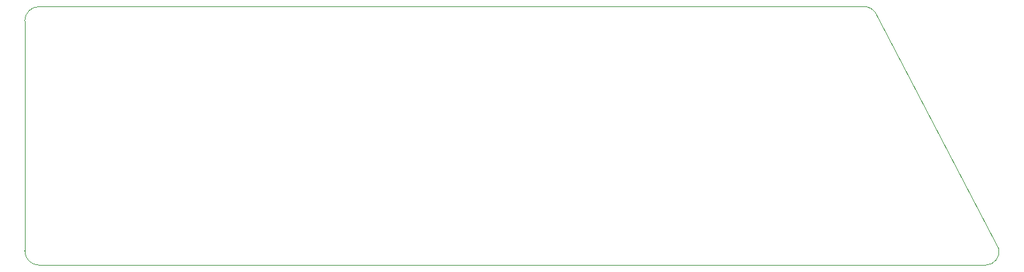
<source format=gbr>
%TF.GenerationSoftware,KiCad,Pcbnew,7.0.6*%
%TF.CreationDate,2023-08-31T13:47:40+02:00*%
%TF.ProjectId,clickyKeyboard,636c6963-6b79-44b6-9579-626f6172642e,rev?*%
%TF.SameCoordinates,Original*%
%TF.FileFunction,Profile,NP*%
%FSLAX46Y46*%
G04 Gerber Fmt 4.6, Leading zero omitted, Abs format (unit mm)*
G04 Created by KiCad (PCBNEW 7.0.6) date 2023-08-31 13:47:40*
%MOMM*%
%LPD*%
G01*
G04 APERTURE LIST*
%TA.AperFunction,Profile*%
%ADD10C,0.100000*%
%TD*%
G04 APERTURE END LIST*
D10*
X182678884Y-74078058D02*
X198860305Y-105069976D01*
X71755000Y-107315000D02*
X197104000Y-107315000D01*
X71755000Y-73025000D02*
X180975000Y-73025000D01*
X69850000Y-74930000D02*
X69850000Y-105410000D01*
X182678884Y-74078058D02*
G75*
G03*
X180975000Y-73025000I-1703884J-851942D01*
G01*
X197104000Y-107314999D02*
G75*
G03*
X198860305Y-105069976I0J1809499D01*
G01*
X71755000Y-73025000D02*
G75*
G03*
X69850000Y-74930000I0J-1905000D01*
G01*
X69850000Y-105410000D02*
G75*
G03*
X71755000Y-107315000I1905000J0D01*
G01*
M02*

</source>
